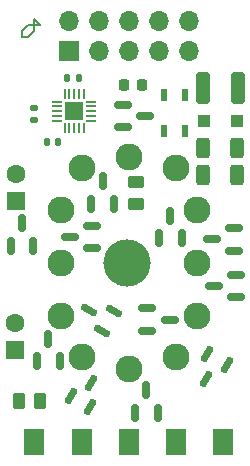
<source format=gbr>
%TF.GenerationSoftware,KiCad,Pcbnew,6.0.11-2627ca5db0~126~ubuntu20.04.1*%
%TF.CreationDate,2023-06-08T18:55:48-04:00*%
%TF.ProjectId,nixitest1,6e697869-7465-4737-9431-2e6b69636164,rev?*%
%TF.SameCoordinates,Original*%
%TF.FileFunction,Soldermask,Top*%
%TF.FilePolarity,Negative*%
%FSLAX46Y46*%
G04 Gerber Fmt 4.6, Leading zero omitted, Abs format (unit mm)*
G04 Created by KiCad (PCBNEW 6.0.11-2627ca5db0~126~ubuntu20.04.1) date 2023-06-08 18:55:48*
%MOMM*%
%LPD*%
G01*
G04 APERTURE LIST*
G04 Aperture macros list*
%AMRoundRect*
0 Rectangle with rounded corners*
0 $1 Rounding radius*
0 $2 $3 $4 $5 $6 $7 $8 $9 X,Y pos of 4 corners*
0 Add a 4 corners polygon primitive as box body*
4,1,4,$2,$3,$4,$5,$6,$7,$8,$9,$2,$3,0*
0 Add four circle primitives for the rounded corners*
1,1,$1+$1,$2,$3*
1,1,$1+$1,$4,$5*
1,1,$1+$1,$6,$7*
1,1,$1+$1,$8,$9*
0 Add four rect primitives between the rounded corners*
20,1,$1+$1,$2,$3,$4,$5,0*
20,1,$1+$1,$4,$5,$6,$7,0*
20,1,$1+$1,$6,$7,$8,$9,0*
20,1,$1+$1,$8,$9,$2,$3,0*%
G04 Aperture macros list end*
%ADD10C,0.150000*%
%ADD11C,4.000000*%
%ADD12C,2.280000*%
%ADD13RoundRect,0.250000X0.325000X1.100000X-0.325000X1.100000X-0.325000X-1.100000X0.325000X-1.100000X0*%
%ADD14R,1.750000X2.250000*%
%ADD15RoundRect,0.150000X0.587500X0.150000X-0.587500X0.150000X-0.587500X-0.150000X0.587500X-0.150000X0*%
%ADD16RoundRect,0.150000X0.150000X-0.587500X0.150000X0.587500X-0.150000X0.587500X-0.150000X-0.587500X0*%
%ADD17RoundRect,0.055000X-0.220000X0.445000X-0.220000X-0.445000X0.220000X-0.445000X0.220000X0.445000X0*%
%ADD18RoundRect,0.050000X-0.375000X-0.050000X0.375000X-0.050000X0.375000X0.050000X-0.375000X0.050000X0*%
%ADD19RoundRect,0.050000X-0.050000X-0.375000X0.050000X-0.375000X0.050000X0.375000X-0.050000X0.375000X0*%
%ADD20R,1.650000X1.650000*%
%ADD21RoundRect,0.150000X-0.587500X-0.150000X0.587500X-0.150000X0.587500X0.150000X-0.587500X0.150000X0*%
%ADD22RoundRect,0.135000X0.185000X-0.135000X0.185000X0.135000X-0.185000X0.135000X-0.185000X-0.135000X0*%
%ADD23RoundRect,0.135000X-0.135000X-0.185000X0.135000X-0.185000X0.135000X0.185000X-0.135000X0.185000X0*%
%ADD24RoundRect,0.250000X-0.450000X0.262500X-0.450000X-0.262500X0.450000X-0.262500X0.450000X0.262500X0*%
%ADD25RoundRect,0.250000X-0.312500X-0.625000X0.312500X-0.625000X0.312500X0.625000X-0.312500X0.625000X0*%
%ADD26RoundRect,0.160000X0.640000X-0.640000X0.640000X0.640000X-0.640000X0.640000X-0.640000X-0.640000X0*%
%ADD27C,1.600000*%
%ADD28RoundRect,0.150000X0.163846X0.583790X-0.423654X-0.433790X-0.163846X-0.583790X0.423654X0.433790X0*%
%ADD29R,1.700000X1.700000*%
%ADD30O,1.700000X1.700000*%
%ADD31RoundRect,0.250000X0.262500X0.450000X-0.262500X0.450000X-0.262500X-0.450000X0.262500X-0.450000X0*%
%ADD32RoundRect,0.225000X0.225000X0.250000X-0.225000X0.250000X-0.225000X-0.250000X0.225000X-0.250000X0*%
%ADD33RoundRect,0.150000X-0.163846X-0.583790X0.423654X0.433790X0.163846X0.583790X-0.423654X-0.433790X0*%
%ADD34RoundRect,0.150000X0.583790X-0.163846X-0.433790X0.423654X-0.583790X0.163846X0.433790X-0.423654X0*%
%ADD35RoundRect,0.250000X0.312500X0.625000X-0.312500X0.625000X-0.312500X-0.625000X0.312500X-0.625000X0*%
%ADD36R,1.100000X1.100000*%
%ADD37RoundRect,0.140000X0.140000X0.170000X-0.140000X0.170000X-0.140000X-0.170000X0.140000X-0.170000X0*%
G04 APERTURE END LIST*
D10*
X82470000Y-59860000D02*
X81970000Y-59360000D01*
X81470000Y-59860000D02*
X82470000Y-59860000D01*
X81970000Y-60360000D02*
X81470000Y-60860000D01*
X80970000Y-60360000D02*
X81470000Y-59860000D01*
X81970000Y-59360000D02*
X81970000Y-60360000D01*
X81470000Y-60860000D02*
X80970000Y-60860000D01*
X80970000Y-60860000D02*
X80970000Y-60360000D01*
D11*
%TO.C,U2*%
X89850000Y-80020000D03*
D12*
X86000000Y-72000000D03*
X84250000Y-75500000D03*
X84250000Y-80000000D03*
X84250000Y-80000000D03*
X84250000Y-84500000D03*
X86000000Y-88000000D03*
X90000000Y-89000000D03*
X94000000Y-88000000D03*
X95750000Y-84500000D03*
X95750000Y-80000000D03*
X95750000Y-75500000D03*
X94000000Y-72000000D03*
X90000000Y-71000000D03*
%TD*%
D13*
%TO.C,C1*%
X96260000Y-65220000D03*
X99210000Y-65220000D03*
%TD*%
D14*
%TO.C,J6*%
X98000000Y-95125000D03*
%TD*%
D15*
%TO.C,Q5*%
X99057500Y-82920000D03*
X99057500Y-81020000D03*
X97182500Y-81970000D03*
%TD*%
D16*
%TO.C,Q9*%
X92560000Y-77927500D03*
X94460000Y-77927500D03*
X93510000Y-76052500D03*
%TD*%
%TO.C,Q12*%
X86830000Y-74967500D03*
X88730000Y-74967500D03*
X87780000Y-73092500D03*
%TD*%
%TO.C,Q13*%
X80020000Y-78527500D03*
X81920000Y-78527500D03*
X80970000Y-76652500D03*
%TD*%
%TO.C,Q6*%
X82230000Y-88307500D03*
X84130000Y-88307500D03*
X83180000Y-86432500D03*
%TD*%
D17*
%TO.C,T1*%
X92975000Y-65790000D03*
X94745000Y-65790000D03*
X94745000Y-68790000D03*
X92975000Y-68790000D03*
%TD*%
D18*
%TO.C,U1*%
X83909999Y-66340000D03*
X83909999Y-66740000D03*
X83909999Y-67140000D03*
X83909999Y-67540000D03*
X83909999Y-67940000D03*
D19*
X84559999Y-68590000D03*
X84959999Y-68590000D03*
X85359999Y-68590000D03*
X85759999Y-68590000D03*
X86159999Y-68590000D03*
D18*
X86809999Y-67940000D03*
X86809999Y-67540000D03*
X86809999Y-67140000D03*
X86809999Y-66740000D03*
X86809999Y-66340000D03*
D19*
X86159999Y-65690000D03*
X85759999Y-65690000D03*
X85359999Y-65690000D03*
X84959999Y-65690000D03*
X84559999Y-65690000D03*
D20*
X85359999Y-67140000D03*
%TD*%
D21*
%TO.C,Q4*%
X91562500Y-83840000D03*
X91562500Y-85740000D03*
X93437500Y-84790000D03*
%TD*%
D22*
%TO.C,R1*%
X82000000Y-67870000D03*
X82000000Y-66850000D03*
%TD*%
D15*
%TO.C,Q2*%
X86847500Y-78740000D03*
X86847500Y-76840000D03*
X84972500Y-77790000D03*
%TD*%
D21*
%TO.C,Q1*%
X89462500Y-66600000D03*
X89462500Y-68500000D03*
X91337500Y-67550000D03*
%TD*%
D23*
%TO.C,R3*%
X84780000Y-64300000D03*
X85800000Y-64300000D03*
%TD*%
D14*
%TO.C,J5*%
X94000000Y-95125000D03*
%TD*%
D24*
%TO.C,R6*%
X90590000Y-73177500D03*
X90590000Y-75002500D03*
%TD*%
D14*
%TO.C,J3*%
X90000000Y-95125000D03*
%TD*%
D25*
%TO.C,R2*%
X96242500Y-72555000D03*
X99167500Y-72555000D03*
%TD*%
D26*
%TO.C,NE1*%
X80390000Y-87370000D03*
D27*
X80390000Y-85120000D03*
%TD*%
D16*
%TO.C,Q10*%
X90520000Y-92667500D03*
X92420000Y-92667500D03*
X91470000Y-90792500D03*
%TD*%
D28*
%TO.C,Q11*%
X98291474Y-88663101D03*
X96646026Y-87713101D03*
X96531250Y-89811899D03*
%TD*%
D26*
%TO.C,NE2*%
X80430000Y-74735000D03*
D27*
X80430000Y-72485000D03*
%TD*%
D14*
%TO.C,J4*%
X86000000Y-95125000D03*
%TD*%
%TO.C,J2*%
X82000000Y-95125000D03*
%TD*%
D29*
%TO.C,J1*%
X84910000Y-62020000D03*
D30*
X84910000Y-59480000D03*
X87450000Y-62020000D03*
X87450000Y-59480000D03*
X89990000Y-62020000D03*
X89990000Y-59480000D03*
X92530000Y-62020000D03*
X92530000Y-59480000D03*
X95070000Y-62020000D03*
X95070000Y-59480000D03*
%TD*%
D31*
%TO.C,R5*%
X82492500Y-91730000D03*
X80667500Y-91730000D03*
%TD*%
D32*
%TO.C,C2*%
X91115000Y-64910000D03*
X89565000Y-64910000D03*
%TD*%
D15*
%TO.C,Q8*%
X98937500Y-78950000D03*
X98937500Y-77050000D03*
X97062500Y-78000000D03*
%TD*%
D33*
%TO.C,Q7*%
X85058526Y-91286899D03*
X86703974Y-92236899D03*
X86818750Y-90138101D03*
%TD*%
D34*
%TO.C,Q3*%
X87746899Y-85731474D03*
X88696899Y-84086026D03*
X86598101Y-83971250D03*
%TD*%
D35*
%TO.C,R4*%
X99167500Y-70285000D03*
X96242500Y-70285000D03*
%TD*%
D36*
%TO.C,D1*%
X99165000Y-67975000D03*
X96365000Y-67975000D03*
%TD*%
D37*
%TO.C,C3*%
X84030000Y-69800000D03*
X83070000Y-69800000D03*
%TD*%
M02*

</source>
